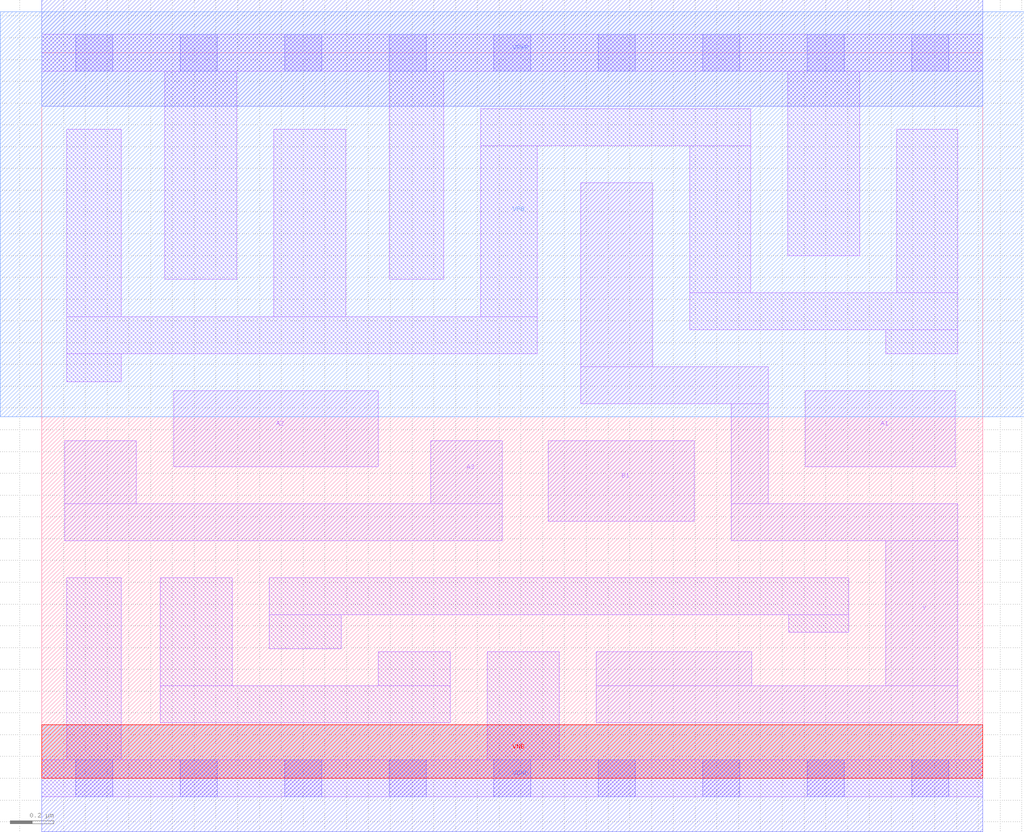
<source format=lef>
# Copyright 2020 The SkyWater PDK Authors
#
# Licensed under the Apache License, Version 2.0 (the "License");
# you may not use this file except in compliance with the License.
# You may obtain a copy of the License at
#
#     https://www.apache.org/licenses/LICENSE-2.0
#
# Unless required by applicable law or agreed to in writing, software
# distributed under the License is distributed on an "AS IS" BASIS,
# WITHOUT WARRANTIES OR CONDITIONS OF ANY KIND, either express or implied.
# See the License for the specific language governing permissions and
# limitations under the License.
#
# SPDX-License-Identifier: Apache-2.0

VERSION 5.7 ;
  NOWIREEXTENSIONATPIN ON ;
  DIVIDERCHAR "/" ;
  BUSBITCHARS "[]" ;
MACRO sky130_fd_sc_hs__a31oi_2
  CLASS CORE ;
  FOREIGN sky130_fd_sc_hs__a31oi_2 ;
  ORIGIN  0.000000  0.000000 ;
  SIZE  4.320000 BY  3.330000 ;
  SYMMETRY X Y ;
  SITE unit ;
  PIN A1
    ANTENNAGATEAREA  0.558000 ;
    DIRECTION INPUT ;
    USE SIGNAL ;
    PORT
      LAYER li1 ;
        RECT 3.505000 1.430000 4.195000 1.780000 ;
    END
  END A1
  PIN A2
    ANTENNAGATEAREA  0.558000 ;
    DIRECTION INPUT ;
    USE SIGNAL ;
    PORT
      LAYER li1 ;
        RECT 0.605000 1.430000 1.545000 1.780000 ;
    END
  END A2
  PIN A3
    ANTENNAGATEAREA  0.558000 ;
    DIRECTION INPUT ;
    USE SIGNAL ;
    PORT
      LAYER li1 ;
        RECT 0.105000 1.090000 2.115000 1.260000 ;
        RECT 0.105000 1.260000 0.435000 1.550000 ;
        RECT 1.785000 1.260000 2.115000 1.550000 ;
    END
  END A3
  PIN B1
    ANTENNAGATEAREA  0.447000 ;
    DIRECTION INPUT ;
    USE SIGNAL ;
    PORT
      LAYER li1 ;
        RECT 2.325000 1.180000 2.995000 1.550000 ;
    END
  END B1
  PIN Y
    ANTENNADIFFAREA  1.090800 ;
    DIRECTION OUTPUT ;
    USE SIGNAL ;
    PORT
      LAYER li1 ;
        RECT 2.475000 1.720000 3.335000 1.890000 ;
        RECT 2.475000 1.890000 2.805000 2.735000 ;
        RECT 2.545000 0.255000 4.205000 0.425000 ;
        RECT 2.545000 0.425000 3.260000 0.580000 ;
        RECT 3.165000 1.090000 4.205000 1.260000 ;
        RECT 3.165000 1.260000 3.335000 1.720000 ;
        RECT 3.875000 0.425000 4.205000 1.090000 ;
    END
  END Y
  PIN VGND
    DIRECTION INOUT ;
    USE GROUND ;
    PORT
      LAYER met1 ;
        RECT 0.000000 -0.245000 4.320000 0.245000 ;
    END
  END VGND
  PIN VNB
    DIRECTION INOUT ;
    USE GROUND ;
    PORT
      LAYER pwell ;
        RECT 0.000000 0.000000 4.320000 0.245000 ;
    END
  END VNB
  PIN VPB
    DIRECTION INOUT ;
    USE POWER ;
    PORT
      LAYER nwell ;
        RECT -0.190000 1.660000 4.510000 3.520000 ;
    END
  END VPB
  PIN VPWR
    DIRECTION INOUT ;
    USE POWER ;
    PORT
      LAYER met1 ;
        RECT 0.000000 3.085000 4.320000 3.575000 ;
    END
  END VPWR
  OBS
    LAYER li1 ;
      RECT 0.000000 -0.085000 4.320000 0.085000 ;
      RECT 0.000000  3.245000 4.320000 3.415000 ;
      RECT 0.115000  0.085000 0.365000 0.920000 ;
      RECT 0.115000  1.820000 0.365000 1.950000 ;
      RECT 0.115000  1.950000 2.275000 2.120000 ;
      RECT 0.115000  2.120000 0.365000 2.980000 ;
      RECT 0.545000  0.255000 1.875000 0.425000 ;
      RECT 0.545000  0.425000 0.875000 0.920000 ;
      RECT 0.565000  2.290000 0.895000 3.245000 ;
      RECT 1.045000  0.595000 1.375000 0.750000 ;
      RECT 1.045000  0.750000 3.705000 0.920000 ;
      RECT 1.065000  2.120000 1.395000 2.980000 ;
      RECT 1.545000  0.425000 1.875000 0.580000 ;
      RECT 1.595000  2.290000 1.845000 3.245000 ;
      RECT 2.015000  2.120000 2.275000 2.905000 ;
      RECT 2.015000  2.905000 3.255000 3.075000 ;
      RECT 2.045000  0.085000 2.375000 0.580000 ;
      RECT 2.975000  2.060000 4.205000 2.230000 ;
      RECT 2.975000  2.230000 3.255000 2.905000 ;
      RECT 3.425000  2.400000 3.755000 3.245000 ;
      RECT 3.430000  0.670000 3.705000 0.750000 ;
      RECT 3.875000  1.950000 4.205000 2.060000 ;
      RECT 3.925000  2.230000 4.205000 2.980000 ;
    LAYER mcon ;
      RECT 0.155000 -0.085000 0.325000 0.085000 ;
      RECT 0.155000  3.245000 0.325000 3.415000 ;
      RECT 0.635000 -0.085000 0.805000 0.085000 ;
      RECT 0.635000  3.245000 0.805000 3.415000 ;
      RECT 1.115000 -0.085000 1.285000 0.085000 ;
      RECT 1.115000  3.245000 1.285000 3.415000 ;
      RECT 1.595000 -0.085000 1.765000 0.085000 ;
      RECT 1.595000  3.245000 1.765000 3.415000 ;
      RECT 2.075000 -0.085000 2.245000 0.085000 ;
      RECT 2.075000  3.245000 2.245000 3.415000 ;
      RECT 2.555000 -0.085000 2.725000 0.085000 ;
      RECT 2.555000  3.245000 2.725000 3.415000 ;
      RECT 3.035000 -0.085000 3.205000 0.085000 ;
      RECT 3.035000  3.245000 3.205000 3.415000 ;
      RECT 3.515000 -0.085000 3.685000 0.085000 ;
      RECT 3.515000  3.245000 3.685000 3.415000 ;
      RECT 3.995000 -0.085000 4.165000 0.085000 ;
      RECT 3.995000  3.245000 4.165000 3.415000 ;
  END
END sky130_fd_sc_hs__a31oi_2
END LIBRARY

</source>
